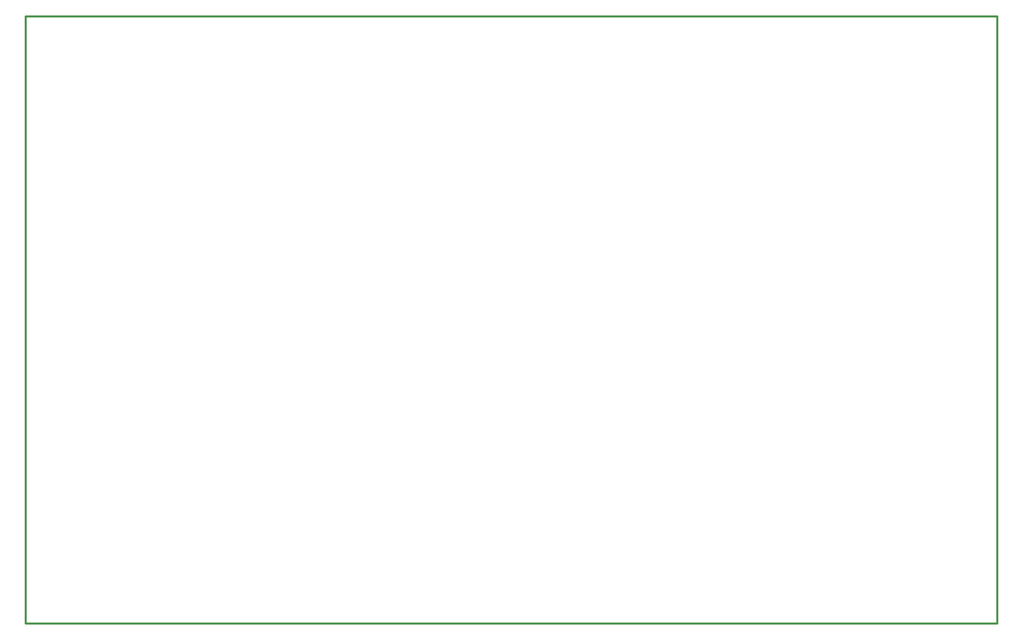
<source format=gbr>
%TF.GenerationSoftware,KiCad,Pcbnew,(5.1.6)-1*%
%TF.CreationDate,2020-09-27T17:15:56+01:00*%
%TF.ProjectId,6502A_CPU,36353032-415f-4435-9055-2e6b69636164,rev?*%
%TF.SameCoordinates,Original*%
%TF.FileFunction,Paste,Bot*%
%TF.FilePolarity,Positive*%
%FSLAX46Y46*%
G04 Gerber Fmt 4.6, Leading zero omitted, Abs format (unit mm)*
G04 Created by KiCad (PCBNEW (5.1.6)-1) date 2020-09-27 17:15:56*
%MOMM*%
%LPD*%
G01*
G04 APERTURE LIST*
%TA.AperFunction,Profile*%
%ADD10C,0.380000*%
%TD*%
G04 APERTURE END LIST*
D10*
X260584000Y-64084000D02*
X100584000Y-64084000D01*
X260584000Y-164084000D02*
X260584000Y-64084000D01*
X100584000Y-164084000D02*
X260584000Y-164084000D01*
X100584000Y-64084000D02*
X100584000Y-164084000D01*
M02*

</source>
